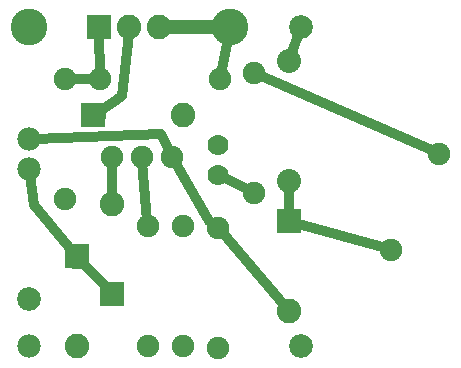
<source format=gbl>
G04 MADE WITH FRITZING*
G04 WWW.FRITZING.ORG*
G04 DOUBLE SIDED*
G04 HOLES PLATED*
G04 CONTOUR ON CENTER OF CONTOUR VECTOR*
%ASAXBY*%
%FSLAX23Y23*%
%MOIN*%
%OFA0B0*%
%SFA1.0B1.0*%
%ADD10C,0.070000*%
%ADD11C,0.082000*%
%ADD12C,0.078000*%
%ADD13C,0.075000*%
%ADD14C,0.079370*%
%ADD15C,0.122047*%
%ADD16C,0.080000*%
%ADD17C,0.075433*%
%ADD18R,0.082000X0.082000*%
%ADD19C,0.032000*%
%ADD20C,0.048000*%
%LNCOPPER0*%
G90*
G70*
G54D10*
X752Y799D03*
X752Y699D03*
G54D11*
X280Y428D03*
X280Y130D03*
X398Y305D03*
X398Y603D03*
G54D12*
X122Y821D03*
X122Y721D03*
G54D11*
X355Y1193D03*
X455Y1193D03*
X555Y1193D03*
G54D13*
X752Y124D03*
X752Y524D03*
X356Y1020D03*
X756Y1020D03*
X240Y1019D03*
X240Y619D03*
X398Y760D03*
X498Y760D03*
X598Y760D03*
G54D14*
X122Y288D03*
G54D13*
X870Y1042D03*
X870Y642D03*
X516Y530D03*
X516Y130D03*
G54D15*
X791Y1193D03*
G54D14*
X1028Y130D03*
G54D15*
X122Y1193D03*
G54D12*
X122Y130D03*
G54D13*
X634Y530D03*
X634Y130D03*
G54D14*
X1028Y1193D03*
G54D11*
X336Y900D03*
X634Y900D03*
G54D16*
X988Y681D03*
X988Y1081D03*
G54D11*
X988Y546D03*
X988Y248D03*
G54D17*
X1328Y452D03*
X1488Y772D03*
G54D18*
X280Y429D03*
X398Y304D03*
X355Y1193D03*
X335Y900D03*
X988Y547D03*
G54D19*
X398Y743D02*
X398Y624D01*
D02*
X338Y1020D02*
X258Y1019D01*
D02*
X355Y1172D02*
X356Y1038D01*
D02*
X760Y1037D02*
X787Y1172D01*
G54D20*
D02*
X576Y1193D02*
X770Y1193D01*
G54D19*
D02*
X1021Y1175D02*
X995Y1100D01*
D02*
X738Y534D02*
X720Y548D01*
X720Y548D02*
X606Y745D01*
D02*
X975Y264D02*
X763Y511D01*
D02*
X141Y821D02*
X560Y836D01*
X560Y836D02*
X590Y776D01*
D02*
X988Y567D02*
X988Y661D01*
D02*
X1311Y456D02*
X1009Y541D01*
D02*
X353Y912D02*
X432Y964D01*
X432Y964D02*
X453Y1172D01*
D02*
X1472Y779D02*
X886Y1035D01*
D02*
X499Y743D02*
X515Y548D01*
D02*
X294Y413D02*
X383Y320D01*
D02*
X137Y602D02*
X266Y444D01*
D02*
X124Y702D02*
X137Y602D01*
D02*
X766Y693D02*
X854Y650D01*
G04 End of Copper0*
M02*
</source>
